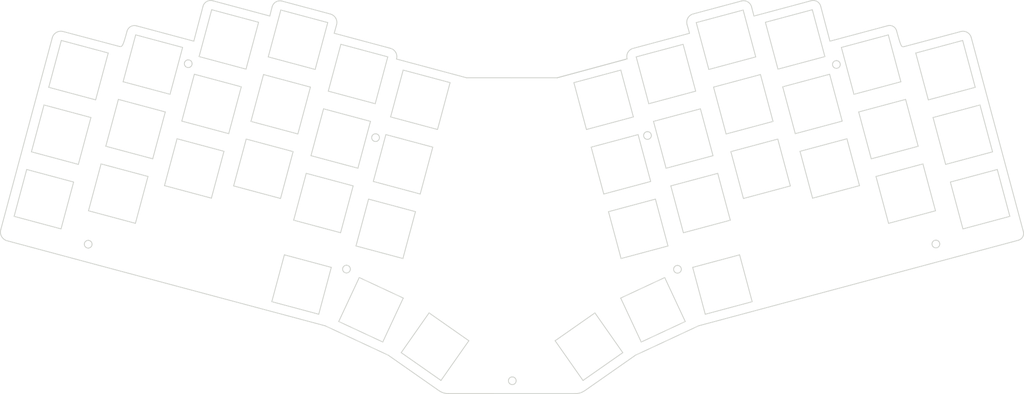
<source format=kicad_pcb>
(kicad_pcb (version 20171130) (host pcbnew "(5.1.10)-1")

  (general
    (thickness 1.6)
    (drawings 284)
    (tracks 0)
    (zones 0)
    (modules 0)
    (nets 1)
  )

  (page A4)
  (layers
    (0 F.Cu signal)
    (31 B.Cu signal)
    (32 B.Adhes user)
    (33 F.Adhes user)
    (34 B.Paste user)
    (35 F.Paste user)
    (36 B.SilkS user)
    (37 F.SilkS user)
    (38 B.Mask user)
    (39 F.Mask user)
    (40 Dwgs.User user)
    (41 Cmts.User user)
    (42 Eco1.User user)
    (43 Eco2.User user)
    (44 Edge.Cuts user)
    (45 Margin user)
    (46 B.CrtYd user)
    (47 F.CrtYd user)
    (48 B.Fab user)
    (49 F.Fab user)
  )

  (setup
    (last_trace_width 0.254)
    (trace_clearance 0.2)
    (zone_clearance 0.508)
    (zone_45_only no)
    (trace_min 0.2)
    (via_size 0.8)
    (via_drill 0.4)
    (via_min_size 0.4)
    (via_min_drill 0.3)
    (uvia_size 0.3)
    (uvia_drill 0.1)
    (uvias_allowed no)
    (uvia_min_size 0.2)
    (uvia_min_drill 0.1)
    (edge_width 0.05)
    (segment_width 0.2)
    (pcb_text_width 0.3)
    (pcb_text_size 1.5 1.5)
    (mod_edge_width 0.12)
    (mod_text_size 1 1)
    (mod_text_width 0.15)
    (pad_size 1.524 1.524)
    (pad_drill 0.762)
    (pad_to_mask_clearance 0)
    (aux_axis_origin 0 0)
    (visible_elements 7FFFFFFF)
    (pcbplotparams
      (layerselection 0x010fc_ffffffff)
      (usegerberextensions false)
      (usegerberattributes true)
      (usegerberadvancedattributes true)
      (creategerberjobfile true)
      (excludeedgelayer true)
      (linewidth 0.100000)
      (plotframeref false)
      (viasonmask false)
      (mode 1)
      (useauxorigin false)
      (hpglpennumber 1)
      (hpglpenspeed 20)
      (hpglpendiameter 15.000000)
      (psnegative false)
      (psa4output false)
      (plotreference true)
      (plotvalue true)
      (plotinvisibletext false)
      (padsonsilk false)
      (subtractmaskfromsilk false)
      (outputformat 1)
      (mirror false)
      (drillshape 0)
      (scaleselection 1)
      (outputdirectory "gerbers/"))
  )

  (net 0 "")

  (net_class Default "This is the default net class."
    (clearance 0.2)
    (trace_width 0.254)
    (via_dia 0.8)
    (via_drill 0.4)
    (uvia_dia 0.3)
    (uvia_drill 0.1)
  )

  (net_class Power ""
    (clearance 0.2)
    (trace_width 0.381)
    (via_dia 0.8)
    (via_drill 0.4)
    (uvia_dia 0.3)
    (uvia_drill 0.1)
  )

  (gr_line (start 77.366357 50.060766) (end 78.037204 47.449942) (layer Edge.Cuts) (width 0.25))
  (gr_line (start 18.640614 54.470904) (end 34.628314 58.717087) (layer Edge.Cuts) (width 0.25))
  (gr_line (start 125.39619 156.612191) (end 111.013737 146.540027) (layer Edge.Cuts) (width 0.25))
  (gr_curve (pts (xy 113.156471 60.411979) (xy 113.480118 60.985787) (xy 113.559216 61.665705) (xy 113.375937 62.298486)) (layer Edge.Cuts) (width 0.25))
  (gr_curve (pts (xy 78.037204 47.449942) (xy 78.18883 46.85984) (xy 78.570138 46.354876) (xy 79.096202 46.047519)) (layer Edge.Cuts) (width 0.25))
  (gr_curve (pts (xy 94.592241 49.498514) (xy 95.232056 49.669927) (xy 95.776762 50.090071) (xy 96.105046 50.665376)) (layer Edge.Cuts) (width 0.25))
  (gr_line (start 80.837912 45.813607) (end 94.592241 49.498514) (layer Edge.Cuts) (width 0.25))
  (gr_curve (pts (xy 34.628314 58.717087) (xy 35.467132 58.941847) (xy 35.693568 58.507665) (xy 36.816502 54.368419)) (layer Edge.Cuts) (width 0.25))
  (gr_line (start 55.778897 57.215947) (end 58.390815 47.313554) (layer Edge.Cuts) (width 0.25))
  (gr_curve (pts (xy 59.437037 45.941785) (xy 59.95428 45.641804) (xy 60.569697 45.56017) (xy 61.147261 45.714926)) (layer Edge.Cuts) (width 0.25))
  (gr_line (start 39.459745 52.843901) (end 55.778897 57.215947) (layer Edge.Cuts) (width 0.25))
  (gr_curve (pts (xy 58.390815 47.313554) (xy 58.543315 46.73539) (xy 58.919793 46.241765) (xy 59.437037 45.941785)) (layer Edge.Cuts) (width 0.25))
  (gr_line (start 113.375937 62.298486) (end 133.24382 67.619787) (layer Edge.Cuts) (width 0.25))
  (gr_curve (pts (xy 15.569578 56.248336) (xy 15.928149 54.910504) (xy 17.301972 54.115373) (xy 18.640614 54.470904)) (layer Edge.Cuts) (width 0.25))
  (gr_curve (pts (xy 111.655514 59.248276) (xy 112.291862 59.418759) (xy 112.832823 59.83817) (xy 113.156471 60.411979)) (layer Edge.Cuts) (width 0.25))
  (gr_curve (pts (xy 36.816502 54.368419) (xy 37.128353 53.218905) (xy 38.309252 52.535674) (xy 39.459745 52.843901)) (layer Edge.Cuts) (width 0.25))
  (gr_line (start 95.669597 54.965506) (end 111.655514 59.248276) (layer Edge.Cuts) (width 0.25))
  (gr_line (start 61.147261 45.714926) (end 77.366357 50.060766) (layer Edge.Cuts) (width 0.25))
  (gr_line (start 96.340007 52.561408) (end 95.669597 54.965506) (layer Edge.Cuts) (width 0.25))
  (gr_curve (pts (xy 96.105046 50.665376) (xy 96.43333 51.240681) (xy 96.517931 51.923372) (xy 96.340007 52.561408)) (layer Edge.Cuts) (width 0.25))
  (gr_curve (pts (xy 79.096202 46.047519) (xy 79.622266 45.740162) (xy 80.249395 45.655939) (xy 80.837912 45.813607)) (layer Edge.Cuts) (width 0.25))
  (gr_line (start 0.932115 110.860831) (end 15.569578 56.248336) (layer Edge.Cuts) (width 0.25))
  (gr_line (start 111.013737 146.540027) (end 93.094037 138.183427) (layer Edge.Cuts) (width 0.25))
  (gr_curve (pts (xy 195.926994 52.50042) (xy 195.748988 51.86832) (xy 195.831572 51.191258) (xy 196.156298 50.620478)) (layer Edge.Cuts) (width 0.25))
  (gr_curve (pts (xy 255.444131 54.242489) (xy 256.722766 58.936291) (xy 256.811058 58.911019) (xy 257.622537 58.755187)) (layer Edge.Cuts) (width 0.25))
  (gr_curve (pts (xy 232.869613 45.922581) (xy 233.372992 46.214521) (xy 233.739379 46.694914) (xy 233.887791 47.25758)) (layer Edge.Cuts) (width 0.25))
  (gr_line (start 197.655144 49.462798) (end 211.370328 45.787872) (layer Edge.Cuts) (width 0.25))
  (gr_curve (pts (xy 147.367316 153.81513) (xy 147.367316 153.523585) (xy 147.251501 153.243982) (xy 147.045347 153.037828)) (layer Edge.Cuts) (width 0.25))
  (gr_line (start 196.6219 54.968046) (end 195.926994 52.50042) (layer Edge.Cuts) (width 0.25))
  (gr_curve (pts (xy 146.688718 154.830724) (xy 147.099488 154.660578) (xy 147.367316 154.259744) (xy 147.367316 153.81513)) (layer Edge.Cuts) (width 0.25))
  (gr_curve (pts (xy 196.156298 50.620478) (xy 196.481023 50.049699) (xy 197.020833 49.632759) (xy 197.655144 49.462798)) (layer Edge.Cuts) (width 0.25))
  (gr_line (start 159.0426 67.624867) (end 178.88762 62.255307) (layer Edge.Cuts) (width 0.25))
  (gr_curve (pts (xy 145.490744 154.592432) (xy 145.805133 154.906821) (xy 146.277949 155.00087) (xy 146.688718 154.830724)) (layer Edge.Cuts) (width 0.25))
  (gr_curve (pts (xy 146.268045 152.715859) (xy 145.823432 152.715859) (xy 145.422598 152.983688) (xy 145.252452 153.394457)) (layer Edge.Cuts) (width 0.25))
  (gr_curve (pts (xy 192.420807 122.882307) (xy 192.735196 123.196697) (xy 193.208012 123.290746) (xy 193.618782 123.120599)) (layer Edge.Cuts) (width 0.25))
  (gr_curve (pts (xy 237.332285 63.424381) (xy 237.162139 63.83515) (xy 237.256188 64.307966) (xy 237.570577 64.622355)) (layer Edge.Cuts) (width 0.25))
  (gr_line (start 184.677936 82.945869) (end 184.677936 82.945869) (layer Edge.Cuts) (width 0.25))
  (gr_curve (pts (xy 267.71709 114.91503) (xy 267.71709 114.623485) (xy 267.601275 114.343882) (xy 267.395122 114.137728)) (layer Edge.Cuts) (width 0.25))
  (gr_line (start 193.198109 121.005735) (end 193.198109 121.005735) (layer Edge.Cuts) (width 0.25))
  (gr_curve (pts (xy 194.29738 122.105006) (xy 194.29738 121.497895) (xy 193.80522 121.005735) (xy 193.198109 121.005735)) (layer Edge.Cuts) (width 0.25))
  (gr_curve (pts (xy 145.252452 153.394457) (xy 145.082305 153.805227) (xy 145.176354 154.278043) (xy 145.490744 154.592432)) (layer Edge.Cuts) (width 0.25))
  (gr_curve (pts (xy 147.045347 153.037828) (xy 146.839194 152.831675) (xy 146.55959 152.715859) (xy 146.268045 152.715859)) (layer Edge.Cuts) (width 0.25))
  (gr_curve (pts (xy 290.061156 113.840445) (xy 250.095321 124.550904) (xy 249.315965 124.759054) (xy 199.197462 138.186071)) (layer Edge.Cuts) (width 0.25))
  (gr_curve (pts (xy 231.205231 45.701804) (xy 231.767314 45.551196) (xy 232.366234 45.630642) (xy 232.869613 45.922581)) (layer Edge.Cuts) (width 0.25))
  (gr_curve (pts (xy 238.768552 64.860647) (xy 239.179321 64.690501) (xy 239.44715 64.289667) (xy 239.44715 63.845054)) (layer Edge.Cuts) (width 0.25))
  (gr_line (start 133.24382 67.619787) (end 159.0426 67.624867) (layer Edge.Cuts) (width 0.25))
  (gr_curve (pts (xy 193.198109 121.005735) (xy 192.753496 121.005735) (xy 192.352661 121.273563) (xy 192.182515 121.684333)) (layer Edge.Cuts) (width 0.25))
  (gr_curve (pts (xy 265.602225 114.494357) (xy 265.43208 114.905127) (xy 265.526129 115.377943) (xy 265.840517 115.692332)) (layer Edge.Cuts) (width 0.25))
  (gr_line (start 238.347879 62.745783) (end 238.347879 62.745783) (layer Edge.Cuts) (width 0.25))
  (gr_curve (pts (xy 178.88762 62.255305) (xy 178.711946 61.633071) (xy 178.792926 60.966392) (xy 179.112456 60.40431)) (layer Edge.Cuts) (width 0.25))
  (gr_line (start 266.61782 113.815759) (end 266.61782 113.815759) (layer Edge.Cuts) (width 0.25))
  (gr_line (start 214.249116 47.46259) (end 214.927682 50.063306) (layer Edge.Cuts) (width 0.25))
  (gr_curve (pts (xy 2.74072 113.995868) (xy 1.376032 113.629323) (xy 0.566293 112.225716) (xy 0.932115 110.860831)) (layer Edge.Cuts) (width 0.25))
  (gr_curve (pts (xy 93.094037 138.183427) (xy 26.633731 120.410018) (xy 24.262992 119.77659) (xy 2.74072 113.995868)) (layer Edge.Cuts) (width 0.25))
  (gr_line (start 164.184182 157.469649) (end 128.107317 157.467208) (layer Edge.Cuts) (width 0.25))
  (gr_curve (pts (xy 128.107317 157.467208) (xy 127.137284 157.467143) (xy 126.190757 157.168633) (xy 125.39619 156.612191)) (layer Edge.Cuts) (width 0.25))
  (gr_line (start 181.2803 146.542671) (end 166.895375 156.614926) (layer Edge.Cuts) (width 0.25))
  (gr_line (start 199.197462 138.186071) (end 181.2803 146.542671) (layer Edge.Cuts) (width 0.25))
  (gr_curve (pts (xy 166.895375 156.614926) (xy 166.100769 157.171306) (xy 165.154211 157.469715) (xy 164.184182 157.469649)) (layer Edge.Cuts) (width 0.25))
  (gr_line (start 276.664765 56.189416) (end 291.469993 111.399589) (layer Edge.Cuts) (width 0.25))
  (gr_curve (pts (xy 291.469993 111.399589) (xy 291.755082 112.462715) (xy 291.124324 113.555526) (xy 290.061156 113.840445)) (layer Edge.Cuts) (width 0.25))
  (gr_line (start 257.622537 58.755187) (end 273.697511 54.4737) (layer Edge.Cuts) (width 0.25))
  (gr_curve (pts (xy 179.112456 60.40431) (xy 179.431986 59.842228) (xy 179.963417 59.431619) (xy 180.587944 59.264279)) (layer Edge.Cuts) (width 0.25))
  (gr_line (start 233.887791 47.25758) (end 236.515142 57.218487) (layer Edge.Cuts) (width 0.25))
  (gr_curve (pts (xy 211.370328 45.787872) (xy 211.974242 45.626056) (xy 212.617758 45.711855) (xy 213.15818 46.026243)) (layer Edge.Cuts) (width 0.25))
  (gr_line (start 146.268045 152.715859) (end 146.268045 152.715859) (layer Edge.Cuts) (width 0.25))
  (gr_curve (pts (xy 265.840517 115.692332) (xy 266.154906 116.006721) (xy 266.627723 116.10077) (xy 267.038493 115.930624)) (layer Edge.Cuts) (width 0.25))
  (gr_curve (pts (xy 192.182515 121.684333) (xy 192.012369 122.095102) (xy 192.106418 122.567918) (xy 192.420807 122.882307)) (layer Edge.Cuts) (width 0.25))
  (gr_curve (pts (xy 266.61782 113.815759) (xy 266.173206 113.815759) (xy 265.772372 114.083588) (xy 265.602225 114.494357)) (layer Edge.Cuts) (width 0.25))
  (gr_curve (pts (xy 193.618782 123.120599) (xy 194.029551 122.950453) (xy 194.29738 122.549619) (xy 194.29738 122.105006)) (layer Edge.Cuts) (width 0.25))
  (gr_curve (pts (xy 252.959336 52.812331) (xy 254.039364 52.522942) (xy 255.150253 53.163676) (xy 255.444131 54.242489)) (layer Edge.Cuts) (width 0.25))
  (gr_curve (pts (xy 267.395122 114.137728) (xy 267.188969 113.931575) (xy 266.909364 113.815759) (xy 266.61782 113.815759)) (layer Edge.Cuts) (width 0.25))
  (gr_curve (pts (xy 267.038493 115.930624) (xy 267.449261 115.760478) (xy 267.71709 115.359644) (xy 267.71709 114.91503)) (layer Edge.Cuts) (width 0.25))
  (gr_curve (pts (xy 238.347879 62.745783) (xy 237.903266 62.745783) (xy 237.502431 63.013611) (xy 237.332285 63.424381)) (layer Edge.Cuts) (width 0.25))
  (gr_line (start 99.157901 120.955699) (end 99.157901 120.955699) (layer Edge.Cuts) (width 0.25))
  (gr_line (start 214.927682 50.063306) (end 231.205231 45.701804) (layer Edge.Cuts) (width 0.25))
  (gr_curve (pts (xy 237.570577 64.622355) (xy 237.884966 64.936745) (xy 238.357782 65.030794) (xy 238.768552 64.860647)) (layer Edge.Cuts) (width 0.25))
  (gr_curve (pts (xy 185.777206 84.04514) (xy 185.777206 83.43803) (xy 185.285046 82.945869) (xy 184.677936 82.945869)) (layer Edge.Cuts) (width 0.25))
  (gr_curve (pts (xy 239.44715 63.845054) (xy 239.44715 63.553509) (xy 239.331334 63.273905) (xy 239.125181 63.067752)) (layer Edge.Cuts) (width 0.25))
  (gr_curve (pts (xy 213.15818 46.026243) (xy 213.698603 46.34063) (xy 214.091272 46.857626) (xy 214.249116 47.46259)) (layer Edge.Cuts) (width 0.25))
  (gr_curve (pts (xy 185.098608 85.060734) (xy 185.509378 84.890588) (xy 185.777206 84.489754) (xy 185.777206 84.04514)) (layer Edge.Cuts) (width 0.25))
  (gr_curve (pts (xy 273.697511 54.4737) (xy 274.990516 54.129314) (xy 276.318188 54.896997) (xy 276.664765 56.189416)) (layer Edge.Cuts) (width 0.25))
  (gr_line (start 180.587944 59.264279) (end 196.6219 54.968046) (layer Edge.Cuts) (width 0.25))
  (gr_curve (pts (xy 239.125181 63.067752) (xy 238.919028 62.861598) (xy 238.639424 62.745783) (xy 238.347879 62.745783)) (layer Edge.Cuts) (width 0.25))
  (gr_curve (pts (xy 183.900634 84.822442) (xy 184.215023 85.136831) (xy 184.687839 85.23088) (xy 185.098608 85.060734)) (layer Edge.Cuts) (width 0.25))
  (gr_line (start 178.88762 62.255307) (end 178.88762 62.255305) (layer Edge.Cuts) (width 0.25))
  (gr_line (start 236.515142 57.218487) (end 252.959336 52.812331) (layer Edge.Cuts) (width 0.25))
  (gr_curve (pts (xy 54.618547 64.640632) (xy 55.029316 64.470486) (xy 55.297145 64.069652) (xy 55.297145 63.625038)) (layer Edge.Cuts) (width 0.25))
  (gr_curve (pts (xy 107.838654 85.670588) (xy 108.249423 85.500442) (xy 108.517252 85.099608) (xy 108.517252 84.654994)) (layer Edge.Cuts) (width 0.25))
  (gr_curve (pts (xy 108.195283 83.877692) (xy 107.98913 83.671539) (xy 107.709526 83.555723) (xy 107.417981 83.555723)) (layer Edge.Cuts) (width 0.25))
  (gr_curve (pts (xy 108.517252 84.654994) (xy 108.517252 84.363449) (xy 108.401436 84.083846) (xy 108.195283 83.877692)) (layer Edge.Cuts) (width 0.25))
  (gr_curve (pts (xy 106.640679 85.432296) (xy 106.955068 85.746685) (xy 107.427884 85.840734) (xy 107.838654 85.670588)) (layer Edge.Cuts) (width 0.25))
  (gr_curve (pts (xy 106.402387 84.234321) (xy 106.232241 84.645091) (xy 106.32629 85.117907) (xy 106.640679 85.432296)) (layer Edge.Cuts) (width 0.25))
  (gr_curve (pts (xy 107.417981 83.555723) (xy 106.973367 83.555723) (xy 106.572533 83.823552) (xy 106.402387 84.234321)) (layer Edge.Cuts) (width 0.25))
  (gr_line (start 111.6956 78.76702) (end 125.02552 82.33826) (layer Edge.Cuts) (width 0.25))
  (gr_line (start 202.10182 65.26184) (end 215.43174 61.6906) (layer Edge.Cuts) (width 0.25))
  (gr_line (start 35.69626 68.75688) (end 49.02618 72.32812) (layer Edge.Cuts) (width 0.25))
  (gr_line (start 177.09552 65.43964) (end 163.7656 69.01088) (layer Edge.Cuts) (width 0.25))
  (gr_line (start 35.69626 68.75688) (end 39.27004 55.42696) (layer Edge.Cuts) (width 0.25))
  (gr_line (start 253.09486 55.4295) (end 256.666099 68.75942) (layer Edge.Cuts) (width 0.25))
  (gr_line (start 93.83432 51.92938) (end 90.26054 65.2593) (layer Edge.Cuts) (width 0.25))
  (gr_line (start 111.6956 78.76702) (end 115.26684 65.4371) (layer Edge.Cuts) (width 0.25))
  (gr_line (start 128.596759 69.00834) (end 115.26684 65.4371) (layer Edge.Cuts) (width 0.25))
  (gr_line (start 211.8605 48.36068) (end 198.53058 51.93192) (layer Edge.Cuts) (width 0.25))
  (gr_line (start 128.596759 69.00834) (end 125.02552 82.33826) (layer Edge.Cuts) (width 0.25))
  (gr_line (start 211.8605 48.36068) (end 215.43174 61.6906) (layer Edge.Cuts) (width 0.25))
  (gr_line (start 231.5074 48.27178) (end 235.07864 61.6017) (layer Edge.Cuts) (width 0.25))
  (gr_line (start 231.5074 48.27178) (end 218.17748 51.84302) (layer Edge.Cuts) (width 0.25))
  (gr_line (start 47.68252 77.35224) (end 34.3526 73.77846) (layer Edge.Cuts) (width 0.25))
  (gr_line (start 221.74872 65.17294) (end 235.07864 61.6017) (layer Edge.Cuts) (width 0.25))
  (gr_line (start 30.77882 87.10838) (end 44.10874 90.67962) (layer Edge.Cuts) (width 0.25))
  (gr_line (start 30.77882 87.10838) (end 34.3526 73.77846) (layer Edge.Cuts) (width 0.25))
  (gr_line (start 52.59996 58.9982) (end 49.02618 72.32812) (layer Edge.Cuts) (width 0.25))
  (gr_line (start 74.18742 51.84302) (end 70.61618 65.17294) (layer Edge.Cuts) (width 0.25))
  (gr_line (start 243.33618 72.33066) (end 256.666099 68.75942) (layer Edge.Cuts) (width 0.25))
  (gr_line (start 107.417981 83.555723) (end 107.417981 83.555723) (layer Edge.Cuts) (width 0.25))
  (gr_line (start 76.93316 61.68806) (end 90.26054 65.2593) (layer Edge.Cuts) (width 0.25))
  (gr_line (start 202.10182 65.26184) (end 198.53058 51.93192) (layer Edge.Cuts) (width 0.25))
  (gr_curve (pts (xy 53.18228 63.204365) (xy 53.012134 63.615135) (xy 53.106183 64.087951) (xy 53.420572 64.40234)) (layer Edge.Cuts) (width 0.25))
  (gr_curve (pts (xy 54.197874 62.525767) (xy 53.75326 62.525767) (xy 53.352426 62.793595) (xy 53.18228 63.204365)) (layer Edge.Cuts) (width 0.25))
  (gr_line (start 93.83432 51.92938) (end 80.5044 48.35814) (layer Edge.Cuts) (width 0.25))
  (gr_line (start 159.04882 67.62912) (end 178.89384 62.25956) (layer Edge.Cuts) (width 0.25))
  (gr_line (start 52.59996 58.9982) (end 39.27004 55.42696) (layer Edge.Cuts) (width 0.25))
  (gr_line (start 167.33684 82.3408) (end 163.7656 69.01088) (layer Edge.Cuts) (width 0.25))
  (gr_line (start 177.09552 65.43964) (end 180.66676 78.76956) (layer Edge.Cuts) (width 0.25))
  (gr_line (start 253.09486 55.4295) (end 239.76494 59.00074) (layer Edge.Cuts) (width 0.25))
  (gr_curve (pts (xy 183.662342 83.624467) (xy 183.492196 84.035237) (xy 183.586244 84.508053) (xy 183.900634 84.822442)) (layer Edge.Cuts) (width 0.25))
  (gr_curve (pts (xy 99.935203 121.277668) (xy 99.72905 121.071515) (xy 99.449446 120.955699) (xy 99.157901 120.955699)) (layer Edge.Cuts) (width 0.25))
  (gr_curve (pts (xy 53.420572 64.40234) (xy 53.734961 64.716729) (xy 54.207777 64.810778) (xy 54.618547 64.640632)) (layer Edge.Cuts) (width 0.25))
  (gr_line (start 74.18742 51.84302) (end 60.8575 48.26924) (layer Edge.Cuts) (width 0.25))
  (gr_line (start 76.93316 61.68806) (end 80.5044 48.35814) (layer Edge.Cuts) (width 0.25))
  (gr_curve (pts (xy 184.677936 82.945869) (xy 184.233322 82.945869) (xy 183.832488 83.213698) (xy 183.662342 83.624467)) (layer Edge.Cuts) (width 0.25))
  (gr_line (start 25.778068 113.875703) (end 25.778068 113.875703) (layer Edge.Cuts) (width 0.25))
  (gr_curve (pts (xy 100.257172 122.05497) (xy 100.257172 121.763425) (xy 100.141356 121.483822) (xy 99.935203 121.277668)) (layer Edge.Cuts) (width 0.25))
  (gr_curve (pts (xy 99.578574 123.070564) (xy 99.989343 122.900418) (xy 100.257172 122.499584) (xy 100.257172 122.05497)) (layer Edge.Cuts) (width 0.25))
  (gr_line (start 57.28626 61.59916) (end 70.61618 65.17294) (layer Edge.Cuts) (width 0.25))
  (gr_line (start 57.28626 61.59916) (end 60.8575 48.26924) (layer Edge.Cuts) (width 0.25))
  (gr_line (start 243.33618 72.33066) (end 239.76494 59.00074) (layer Edge.Cuts) (width 0.25))
  (gr_curve (pts (xy 98.380599 122.832272) (xy 98.694988 123.146661) (xy 99.167804 123.24071) (xy 99.578574 123.070564)) (layer Edge.Cuts) (width 0.25))
  (gr_curve (pts (xy 98.142307 121.634297) (xy 97.972161 122.045067) (xy 98.06621 122.517883) (xy 98.380599 122.832272)) (layer Edge.Cuts) (width 0.25))
  (gr_curve (pts (xy 99.157901 120.955699) (xy 98.713287 120.955699) (xy 98.312453 121.223528) (xy 98.142307 121.634297)) (layer Edge.Cuts) (width 0.25))
  (gr_line (start 54.197874 62.525767) (end 54.197874 62.525767) (layer Edge.Cuts) (width 0.25))
  (gr_curve (pts (xy 26.55537 114.197672) (xy 26.349217 113.991519) (xy 26.069613 113.875703) (xy 25.778068 113.875703)) (layer Edge.Cuts) (width 0.25))
  (gr_curve (pts (xy 26.877339 114.974974) (xy 26.877339 114.683429) (xy 26.761523 114.403826) (xy 26.55537 114.197672)) (layer Edge.Cuts) (width 0.25))
  (gr_curve (pts (xy 25.778068 116.074245) (xy 26.385179 116.074245) (xy 26.877339 115.582085) (xy 26.877339 114.974974)) (layer Edge.Cuts) (width 0.25))
  (gr_line (start 221.74872 65.17294) (end 218.17748 51.84302) (layer Edge.Cuts) (width 0.25))
  (gr_curve (pts (xy 24.678797 114.974974) (xy 24.678797 115.582085) (xy 25.170957 116.074245) (xy 25.778068 116.074245)) (layer Edge.Cuts) (width 0.25))
  (gr_curve (pts (xy 25.778068 113.875703) (xy 25.170957 113.875703) (xy 24.678797 114.367864) (xy 24.678797 114.974974)) (layer Edge.Cuts) (width 0.25))
  (gr_line (start 167.33684 82.3408) (end 180.66676 78.76956) (layer Edge.Cuts) (width 0.25))
  (gr_curve (pts (xy 54.975176 62.847735) (xy 54.769023 62.641583) (xy 54.489419 62.525767) (xy 54.197874 62.525767)) (layer Edge.Cuts) (width 0.25))
  (gr_curve (pts (xy 55.297145 63.625038) (xy 55.297145 63.333493) (xy 55.181329 63.05389) (xy 54.975176 62.847735)) (layer Edge.Cuts) (width 0.25))
  (gr_line (start 189.96062 93.36186) (end 186.38938 80.03194) (layer Edge.Cuts) (width 0.25))
  (gr_line (start 231.5836 101.87848) (end 228.01236 88.54856) (layer Edge.Cuts) (width 0.25))
  (gr_line (start 226.66616 83.52698) (end 223.09492 70.19706) (layer Edge.Cuts) (width 0.25))
  (gr_line (start 258.012299 73.781) (end 244.68238 77.35224) (layer Edge.Cuts) (width 0.25))
  (gr_line (start 236.42484 66.62582) (end 239.99608 79.95574) (layer Edge.Cuts) (width 0.25))
  (gr_line (start 25.86138 105.46242) (end 39.1913 109.03366) (layer Edge.Cuts) (width 0.25))
  (gr_line (start 182.01296 83.79368) (end 185.5842 97.1236) (layer Edge.Cuts) (width 0.25))
  (gr_line (start 248.25362 90.68216) (end 261.583539 87.11092) (layer Edge.Cuts) (width 0.25))
  (gr_line (start 216.77794 66.71218) (end 220.34918 80.0421) (layer Edge.Cuts) (width 0.25))
  (gr_line (start 106.77816 97.12106) (end 120.10808 100.6923) (layer Edge.Cuts) (width 0.25))
  (gr_line (start 177.17426 119.04634) (end 173.60048 105.71642) (layer Edge.Cuts) (width 0.25))
  (gr_line (start 211.9367 101.96738) (end 225.26662 98.39614) (layer Edge.Cuts) (width 0.25))
  (gr_line (start 172.25428 100.69484) (end 185.5842 97.1236) (layer Edge.Cuts) (width 0.25))
  (gr_line (start 189.96062 93.36186) (end 203.29054 89.79062) (layer Edge.Cuts) (width 0.25))
  (gr_line (start 25.86138 105.46242) (end 29.43516 92.1325) (layer Edge.Cuts) (width 0.25))
  (gr_line (start 204.63674 94.8122) (end 208.20798 108.14212) (layer Edge.Cuts) (width 0.25))
  (gr_line (start 47.45138 98.3047) (end 51.02262 84.97478) (layer Edge.Cuts) (width 0.25))
  (gr_line (start 42.76508 95.70374) (end 39.1913 109.03366) (layer Edge.Cuts) (width 0.25))
  (gr_line (start 47.68252 77.35224) (end 44.10874 90.67962) (layer Edge.Cuts) (width 0.25))
  (gr_line (start 106.77816 97.12106) (end 110.3494 83.79114) (layer Edge.Cuts) (width 0.25))
  (gr_line (start 118.76188 105.71388) (end 115.19064 119.0438) (layer Edge.Cuts) (width 0.25))
  (gr_line (start 199.7193 76.4607) (end 203.29054 89.79062) (layer Edge.Cuts) (width 0.25))
  (gr_line (start 199.7193 76.4607) (end 186.38938 80.03194) (layer Edge.Cuts) (width 0.25))
  (gr_line (start 207.01926 83.61334) (end 220.34918 80.0421) (layer Edge.Cuts) (width 0.25))
  (gr_line (start 88.91688 70.28342) (end 85.3431 83.61334) (layer Edge.Cuts) (width 0.25))
  (gr_line (start 172.25428 100.69484) (end 168.68304 87.36492) (layer Edge.Cuts) (width 0.25))
  (gr_line (start 69.26998 70.19452) (end 55.94006 66.62328) (layer Edge.Cuts) (width 0.25))
  (gr_line (start 88.91688 70.28342) (end 75.58696 66.70964) (layer Edge.Cuts) (width 0.25))
  (gr_line (start 248.25362 90.68216) (end 244.68238 77.35224) (layer Edge.Cuts) (width 0.25))
  (gr_line (start 226.66616 83.52698) (end 239.99608 79.95574) (layer Edge.Cuts) (width 0.25))
  (gr_line (start 231.5836 101.87848) (end 244.91352 98.30724) (layer Edge.Cuts) (width 0.25))
  (gr_line (start 52.36882 79.9532) (end 65.69874 83.52444) (layer Edge.Cuts) (width 0.25))
  (gr_line (start 52.36882 79.9532) (end 55.94006 66.62328) (layer Edge.Cuts) (width 0.25))
  (gr_line (start 69.26998 70.19452) (end 65.69874 83.52444) (layer Edge.Cuts) (width 0.25))
  (gr_line (start 221.69538 85.06622) (end 225.26662 98.39614) (layer Edge.Cuts) (width 0.25))
  (gr_line (start 72.01318 80.03956) (end 85.3431 83.61334) (layer Edge.Cuts) (width 0.25))
  (gr_line (start 241.34228 84.97732) (end 228.01236 88.54856) (layer Edge.Cuts) (width 0.25))
  (gr_line (start 123.67932 87.36238) (end 120.10808 100.6923) (layer Edge.Cuts) (width 0.25))
  (gr_line (start 258.012299 73.781) (end 261.583539 87.11092) (layer Edge.Cuts) (width 0.25))
  (gr_line (start 182.01296 83.79368) (end 168.68304 87.36492) (layer Edge.Cuts) (width 0.25))
  (gr_line (start 211.9367 101.96738) (end 208.36546 88.63746) (layer Edge.Cuts) (width 0.25))
  (gr_line (start 83.99944 88.63492) (end 80.42566 101.96484) (layer Edge.Cuts) (width 0.25))
  (gr_line (start 221.69538 85.06622) (end 208.36546 88.63746) (layer Edge.Cuts) (width 0.25))
  (gr_line (start 101.86072 115.47256) (end 105.43196 102.14264) (layer Edge.Cuts) (width 0.25))
  (gr_line (start 194.87806 111.71336) (end 191.30682 98.38344) (layer Edge.Cuts) (width 0.25))
  (gr_line (start 72.01318 80.03956) (end 75.58696 66.70964) (layer Edge.Cuts) (width 0.25))
  (gr_line (start 47.45138 98.3047) (end 60.77876 101.87594) (layer Edge.Cuts) (width 0.25))
  (gr_line (start 216.77794 66.71218) (end 203.44802 70.28596) (layer Edge.Cuts) (width 0.25))
  (gr_line (start 118.76188 105.71388) (end 105.43196 102.14264) (layer Edge.Cuts) (width 0.25))
  (gr_line (start 194.87806 111.71336) (end 208.20798 108.14212) (layer Edge.Cuts) (width 0.25))
  (gr_line (start 207.01926 83.61334) (end 203.44802 70.28596) (layer Edge.Cuts) (width 0.25))
  (gr_line (start 236.42484 66.62582) (end 223.09492 70.19706) (layer Edge.Cuts) (width 0.25))
  (gr_line (start 42.76508 95.70374) (end 29.43516 92.1325) (layer Edge.Cuts) (width 0.25))
  (gr_line (start 64.35254 88.54602) (end 51.02262 84.97478) (layer Edge.Cuts) (width 0.25))
  (gr_line (start 67.095739 98.3936) (end 80.42566 101.96484) (layer Edge.Cuts) (width 0.25))
  (gr_line (start 64.35254 88.54602) (end 60.77876 101.87594) (layer Edge.Cuts) (width 0.25))
  (gr_line (start 186.9304 102.14518) (end 190.50164 115.4751) (layer Edge.Cuts) (width 0.25))
  (gr_line (start 204.63674 94.8122) (end 191.30682 98.38344) (layer Edge.Cuts) (width 0.25))
  (gr_line (start 83.99944 88.63492) (end 70.66952 85.06368) (layer Edge.Cuts) (width 0.25))
  (gr_line (start 67.095739 98.3936) (end 70.66952 85.06368) (layer Edge.Cuts) (width 0.25))
  (gr_line (start 101.86072 115.47256) (end 115.19064 119.0438) (layer Edge.Cuts) (width 0.25))
  (gr_line (start 186.9304 102.14518) (end 173.60048 105.71642) (layer Edge.Cuts) (width 0.25))
  (gr_line (start 177.17426 119.04634) (end 190.50164 115.4751) (layer Edge.Cuts) (width 0.25))
  (gr_line (start 123.67932 87.36238) (end 110.3494 83.79114) (layer Edge.Cuts) (width 0.25))
  (gr_line (start 169.74476 134.51748) (end 158.43922 142.43466) (layer Edge.Cuts) (width 0.25))
  (gr_line (start 166.35386 153.73766) (end 177.6594 145.82302) (layer Edge.Cuts) (width 0.25))
  (gr_line (start 31.4697 60.58316) (end 27.89592 73.91308) (layer Edge.Cuts) (width 0.25))
  (gr_line (start 9.64856 88.69334) (end 22.97848 92.26712) (layer Edge.Cuts) (width 0.25))
  (gr_line (start 279.14256 75.36596) (end 282.7138 88.69588) (layer Edge.Cuts) (width 0.25))
  (gr_line (start 201.0909 134.89594) (end 214.42082 131.3247) (layer Edge.Cuts) (width 0.25))
  (gr_line (start 210.84958 117.99478) (end 214.42082 131.3247) (layer Edge.Cuts) (width 0.25))
  (gr_line (start 4.73112 107.04738) (end 8.3049 93.71746) (layer Edge.Cuts) (width 0.25))
  (gr_line (start 115.29732 130.28838) (end 109.46548 142.79534) (layer Edge.Cuts) (width 0.25))
  (gr_line (start 201.0909 134.89594) (end 197.51966 121.56602) (layer Edge.Cuts) (width 0.25))
  (gr_line (start 185.04318 75.00782) (end 181.47194 61.68044) (layer Edge.Cuts) (width 0.25))
  (gr_line (start 264.466439 73.91562) (end 260.8952 60.5857) (layer Edge.Cuts) (width 0.25))
  (gr_line (start 84.15438 108.13958) (end 97.4843 111.71082) (layer Edge.Cuts) (width 0.25))
  (gr_line (start 194.80186 58.10666) (end 181.47194 61.68044) (layer Edge.Cuts) (width 0.25))
  (gr_line (start 185.04318 75.00782) (end 198.3731 71.43658) (layer Edge.Cuts) (width 0.25))
  (gr_line (start 96.95852 136.9635) (end 102.79036 124.45654) (layer Edge.Cuts) (width 0.25))
  (gr_line (start 279.14256 75.36596) (end 265.81264 78.937199) (layer Edge.Cuts) (width 0.25))
  (gr_line (start 89.07182 89.78808) (end 102.40174 93.35932) (layer Edge.Cuts) (width 0.25))
  (gr_line (start 89.07182 89.78808) (end 92.6456 76.45816) (layer Edge.Cuts) (width 0.25))
  (gr_line (start 93.98926 71.43404) (end 107.31918 75.00782) (layer Edge.Cuts) (width 0.25))
  (gr_line (start 84.15438 108.13958) (end 87.72816 94.80966) (layer Edge.Cuts) (width 0.25))
  (gr_line (start 274.22512 57.01446) (end 277.79636 70.34438) (layer Edge.Cuts) (width 0.25))
  (gr_line (start 4.73112 107.04738) (end 18.06104 110.61862) (layer Edge.Cuts) (width 0.25))
  (gr_line (start 182.89942 142.79788) (end 195.40638 136.96604) (layer Edge.Cuts) (width 0.25))
  (gr_line (start 105.97552 80.0294) (end 102.40174 93.35932) (layer Edge.Cuts) (width 0.25))
  (gr_line (start 21.63482 97.2887) (end 18.06104 110.61862) (layer Edge.Cuts) (width 0.25))
  (gr_line (start 189.572 124.45908) (end 195.40638 136.96604) (layer Edge.Cuts) (width 0.25))
  (gr_line (start 110.89296 61.6779) (end 107.31918 75.00782) (layer Edge.Cuts) (width 0.25))
  (gr_line (start 26.55226 78.937199) (end 13.22234 75.36342) (layer Edge.Cuts) (width 0.25))
  (gr_line (start 105.97552 80.0294) (end 92.6456 76.45816) (layer Edge.Cuts) (width 0.25))
  (gr_line (start 101.05808 98.38344) (end 97.4843 111.71082) (layer Edge.Cuts) (width 0.25))
  (gr_line (start 274.22512 57.01446) (end 260.8952 60.5857) (layer Edge.Cuts) (width 0.25))
  (gr_line (start 26.55226 78.937199) (end 22.97848 92.26712) (layer Edge.Cuts) (width 0.25))
  (gr_line (start 182.89942 142.79788) (end 177.06504 130.29092) (layer Edge.Cuts) (width 0.25))
  (gr_line (start 31.4697 60.58316) (end 18.13978 57.01192) (layer Edge.Cuts) (width 0.25))
  (gr_line (start 114.7055 145.82048) (end 122.62014 134.51494) (layer Edge.Cuts) (width 0.25))
  (gr_line (start 115.29732 130.28838) (end 102.79036 124.45654) (layer Edge.Cuts) (width 0.25))
  (gr_line (start 96.95852 136.9635) (end 109.46548 142.79534) (layer Edge.Cuts) (width 0.25))
  (gr_line (start 93.98926 71.43404) (end 97.56304 58.10412) (layer Edge.Cuts) (width 0.25))
  (gr_line (start 253.17106 109.0362) (end 249.59982 95.70628) (layer Edge.Cuts) (width 0.25))
  (gr_line (start 94.84524 121.56348) (end 91.274 134.8934) (layer Edge.Cuts) (width 0.25))
  (gr_line (start 133.923139 142.43212) (end 122.62014 134.51494) (layer Edge.Cuts) (width 0.25))
  (gr_line (start 166.35386 153.73766) (end 158.43922 142.43466) (layer Edge.Cuts) (width 0.25))
  (gr_line (start 210.84958 117.99478) (end 197.51966 121.56602) (layer Edge.Cuts) (width 0.25))
  (gr_line (start 269.38388 92.26712) (end 282.7138 88.69588) (layer Edge.Cuts) (width 0.25))
  (gr_line (start 14.566 70.34184) (end 18.13978 57.01192) (layer Edge.Cuts) (width 0.25))
  (gr_line (start 241.34228 84.97732) (end 244.91352 98.30724) (layer Edge.Cuts) (width 0.25))
  (gr_line (start 169.74476 134.51748) (end 177.6594 145.82302) (layer Edge.Cuts) (width 0.25))
  (gr_line (start 189.572 124.45908) (end 177.06504 130.29092) (layer Edge.Cuts) (width 0.25))
  (gr_line (start 264.466439 73.91562) (end 277.79636 70.34438) (layer Edge.Cuts) (width 0.25))
  (gr_line (start 101.05808 98.38344) (end 87.72816 94.80966) (layer Edge.Cuts) (width 0.25))
  (gr_line (start 269.38388 92.26712) (end 265.81264 78.937199) (layer Edge.Cuts) (width 0.25))
  (gr_line (start 262.929739 92.13504) (end 249.59982 95.70628) (layer Edge.Cuts) (width 0.25))
  (gr_line (start 253.17106 109.0362) (end 266.50098 105.46496) (layer Edge.Cuts) (width 0.25))
  (gr_line (start 14.566 70.34184) (end 27.89592 73.91308) (layer Edge.Cuts) (width 0.25))
  (gr_line (start 9.64856 88.69334) (end 13.22234 75.36342) (layer Edge.Cuts) (width 0.25))
  (gr_line (start 262.929739 92.13504) (end 266.50098 105.46496) (layer Edge.Cuts) (width 0.25))
  (gr_line (start 77.94408 131.32216) (end 91.274 134.8934) (layer Edge.Cuts) (width 0.25))
  (gr_line (start 110.89296 61.6779) (end 97.56304 58.10412) (layer Edge.Cuts) (width 0.25))
  (gr_line (start 77.94408 131.32216) (end 81.51532 117.99224) (layer Edge.Cuts) (width 0.25))
  (gr_line (start 94.84524 121.56348) (end 81.51532 117.99224) (layer Edge.Cuts) (width 0.25))
  (gr_line (start 194.80186 58.10666) (end 198.3731 71.43658) (layer Edge.Cuts) (width 0.25))
  (gr_line (start 114.7055 145.82048) (end 126.0085 153.73512) (layer Edge.Cuts) (width 0.25))
  (gr_line (start 133.923139 142.43212) (end 126.0085 153.73512) (layer Edge.Cuts) (width 0.25))
  (gr_line (start 274.30132 110.62116) (end 270.73008 97.29124) (layer Edge.Cuts) (width 0.25))
  (gr_line (start 284.06 93.72) (end 270.73008 97.29124) (layer Edge.Cuts) (width 0.25))
  (gr_line (start 274.30132 110.62116) (end 287.63124 107.04992) (layer Edge.Cuts) (width 0.25))
  (gr_line (start 21.63482 97.2887) (end 8.3049 93.71746) (layer Edge.Cuts) (width 0.25))
  (gr_line (start 284.06 93.72) (end 287.63124 107.04992) (layer Edge.Cuts) (width 0.25))

)

</source>
